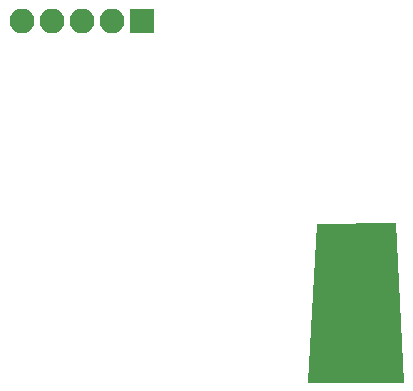
<source format=gbr>
G04 #@! TF.FileFunction,Soldermask,Bot*
%FSLAX46Y46*%
G04 Gerber Fmt 4.6, Leading zero omitted, Abs format (unit mm)*
G04 Created by KiCad (PCBNEW 4.0.7) date 06/26/18 11:25:45*
%MOMM*%
%LPD*%
G01*
G04 APERTURE LIST*
%ADD10C,0.100000*%
%ADD11R,2.100000X2.100000*%
%ADD12O,2.100000X2.100000*%
%ADD13C,0.025400*%
G04 APERTURE END LIST*
D10*
D11*
X112000000Y-58000000D03*
D12*
X109460000Y-58000000D03*
X106920000Y-58000000D03*
X104380000Y-58000000D03*
X101840000Y-58000000D03*
D13*
G36*
X134098660Y-88506300D02*
X125997443Y-88506300D01*
X126758024Y-75145428D01*
X133439513Y-75095192D01*
X134098660Y-88506300D01*
X134098660Y-88506300D01*
G37*
X134098660Y-88506300D02*
X125997443Y-88506300D01*
X126758024Y-75145428D01*
X133439513Y-75095192D01*
X134098660Y-88506300D01*
M02*

</source>
